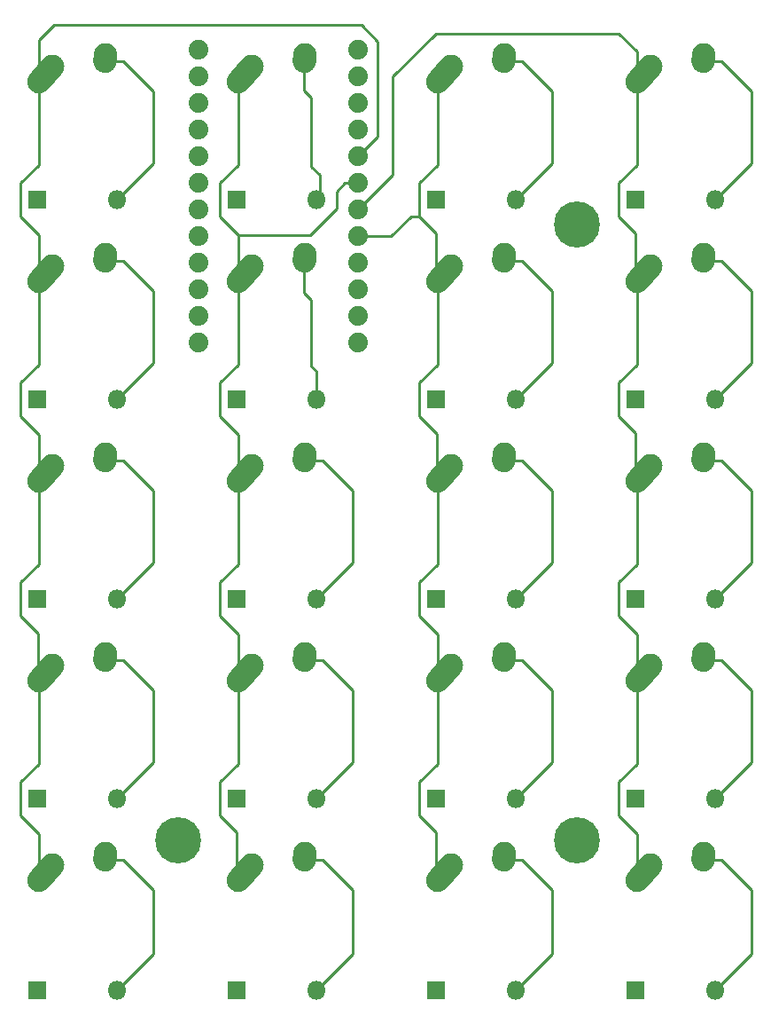
<source format=gtl>
%TF.GenerationSoftware,KiCad,Pcbnew,(5.1.6)-1*%
%TF.CreationDate,2020-11-13T18:30:54-06:00*%
%TF.ProjectId,macropad_4x5,6d616372-6f70-4616-945f-3478352e6b69,v1.3*%
%TF.SameCoordinates,Original*%
%TF.FileFunction,Copper,L1,Top*%
%TF.FilePolarity,Positive*%
%FSLAX46Y46*%
G04 Gerber Fmt 4.6, Leading zero omitted, Abs format (unit mm)*
G04 Created by KiCad (PCBNEW (5.1.6)-1) date 2020-11-13 18:30:54*
%MOMM*%
%LPD*%
G01*
G04 APERTURE LIST*
%TA.AperFunction,ComponentPad*%
%ADD10C,0.700000*%
%TD*%
%TA.AperFunction,ComponentPad*%
%ADD11C,4.400000*%
%TD*%
%TA.AperFunction,ComponentPad*%
%ADD12C,2.250000*%
%TD*%
%TA.AperFunction,ComponentPad*%
%ADD13O,1.800000X1.800000*%
%TD*%
%TA.AperFunction,ComponentPad*%
%ADD14R,1.800000X1.800000*%
%TD*%
%TA.AperFunction,ComponentPad*%
%ADD15C,1.879600*%
%TD*%
%TA.AperFunction,Conductor*%
%ADD16C,0.254000*%
%TD*%
G04 APERTURE END LIST*
D10*
%TO.P,REF\u002A\u002A,1*%
%TO.N,N/C*%
X58316726Y-100433274D03*
X57150000Y-99950000D03*
X55983274Y-100433274D03*
X55500000Y-101600000D03*
X55983274Y-102766726D03*
X57150000Y-103250000D03*
X58316726Y-102766726D03*
X58800000Y-101600000D03*
D11*
X57150000Y-101600000D03*
%TD*%
%TO.P,REF\u002A\u002A,1*%
%TO.N,N/C*%
X95250000Y-101600000D03*
D10*
X96900000Y-101600000D03*
X96416726Y-102766726D03*
X95250000Y-103250000D03*
X94083274Y-102766726D03*
X93600000Y-101600000D03*
X94083274Y-100433274D03*
X95250000Y-99950000D03*
X96416726Y-100433274D03*
%TD*%
%TO.P,REF\u002A\u002A,1*%
%TO.N,N/C*%
X96416726Y-41695774D03*
X95250000Y-41212500D03*
X94083274Y-41695774D03*
X93600000Y-42862500D03*
X94083274Y-44029226D03*
X95250000Y-44512500D03*
X96416726Y-44029226D03*
X96900000Y-42862500D03*
D11*
X95250000Y-42862500D03*
%TD*%
D12*
%TO.P,MX3,1*%
%TO.N,col2*%
X83225000Y-27750000D03*
%TA.AperFunction,ComponentPad*%
G36*
G01*
X81163683Y-30047345D02*
X81163683Y-30047345D01*
G75*
G02*
X81077655Y-28458683I751317J837345D01*
G01*
X82387657Y-26998683D01*
G75*
G02*
X83976319Y-26912655I837345J-751317D01*
G01*
X83976319Y-26912655D01*
G75*
G02*
X84062347Y-28501317I-751317J-837345D01*
G01*
X82752345Y-29961317D01*
G75*
G02*
X81163683Y-30047345I-837345J751317D01*
G01*
G37*
%TD.AperFunction*%
%TO.P,MX3,2*%
%TO.N,Net-(D3-Pad2)*%
X88265000Y-26670000D03*
%TA.AperFunction,ComponentPad*%
G36*
G01*
X88147597Y-28372334D02*
X88147597Y-28372334D01*
G75*
G02*
X87102666Y-27172597I77403J1122334D01*
G01*
X87142666Y-26592597D01*
G75*
G02*
X88342403Y-25547666I1122334J-77403D01*
G01*
X88342403Y-25547666D01*
G75*
G02*
X89387334Y-26747403I-77403J-1122334D01*
G01*
X89347334Y-27327403D01*
G75*
G02*
X88147597Y-28372334I-1122334J77403D01*
G01*
G37*
%TD.AperFunction*%
%TD*%
D13*
%TO.P,D20,2*%
%TO.N,Net-(D20-Pad2)*%
X108426250Y-115887500D03*
D14*
%TO.P,D20,1*%
%TO.N,row4*%
X100806250Y-115887500D03*
%TD*%
D13*
%TO.P,D19,2*%
%TO.N,Net-(D19-Pad2)*%
X89376250Y-115887500D03*
D14*
%TO.P,D19,1*%
%TO.N,row4*%
X81756250Y-115887500D03*
%TD*%
D13*
%TO.P,D18,2*%
%TO.N,Net-(D18-Pad2)*%
X70326250Y-115887500D03*
D14*
%TO.P,D18,1*%
%TO.N,row4*%
X62706250Y-115887500D03*
%TD*%
%TO.P,D17,1*%
%TO.N,row4*%
X43656250Y-115887500D03*
D13*
%TO.P,D17,2*%
%TO.N,Net-(D17-Pad2)*%
X51276250Y-115887500D03*
%TD*%
%TO.P,D16,2*%
%TO.N,Net-(D16-Pad2)*%
X108426250Y-97631250D03*
D14*
%TO.P,D16,1*%
%TO.N,row3*%
X100806250Y-97631250D03*
%TD*%
D13*
%TO.P,D15,2*%
%TO.N,Net-(D15-Pad2)*%
X89376250Y-97631250D03*
D14*
%TO.P,D15,1*%
%TO.N,row3*%
X81756250Y-97631250D03*
%TD*%
D13*
%TO.P,D14,2*%
%TO.N,Net-(D14-Pad2)*%
X70326250Y-97631250D03*
D14*
%TO.P,D14,1*%
%TO.N,row3*%
X62706250Y-97631250D03*
%TD*%
D13*
%TO.P,D13,2*%
%TO.N,Net-(D13-Pad2)*%
X51276250Y-97631250D03*
D14*
%TO.P,D13,1*%
%TO.N,row3*%
X43656250Y-97631250D03*
%TD*%
D13*
%TO.P,D12,2*%
%TO.N,Net-(D12-Pad2)*%
X108426250Y-78581250D03*
D14*
%TO.P,D12,1*%
%TO.N,row2*%
X100806250Y-78581250D03*
%TD*%
D13*
%TO.P,D11,2*%
%TO.N,Net-(D11-Pad2)*%
X89376250Y-78581250D03*
D14*
%TO.P,D11,1*%
%TO.N,row2*%
X81756250Y-78581250D03*
%TD*%
D13*
%TO.P,D10,2*%
%TO.N,Net-(D10-Pad2)*%
X70326250Y-78581250D03*
D14*
%TO.P,D10,1*%
%TO.N,row2*%
X62706250Y-78581250D03*
%TD*%
D13*
%TO.P,D9,2*%
%TO.N,Net-(D9-Pad2)*%
X51276250Y-78581250D03*
D14*
%TO.P,D9,1*%
%TO.N,row2*%
X43656250Y-78581250D03*
%TD*%
D13*
%TO.P,D8,2*%
%TO.N,Net-(D8-Pad2)*%
X108426250Y-59531250D03*
D14*
%TO.P,D8,1*%
%TO.N,row1*%
X100806250Y-59531250D03*
%TD*%
D13*
%TO.P,D7,2*%
%TO.N,Net-(D7-Pad2)*%
X89376250Y-59531250D03*
D14*
%TO.P,D7,1*%
%TO.N,row1*%
X81756250Y-59531250D03*
%TD*%
D13*
%TO.P,D6,2*%
%TO.N,Net-(D6-Pad2)*%
X70326250Y-59531250D03*
D14*
%TO.P,D6,1*%
%TO.N,row1*%
X62706250Y-59531250D03*
%TD*%
D13*
%TO.P,D5,2*%
%TO.N,Net-(D5-Pad2)*%
X51276250Y-59531250D03*
D14*
%TO.P,D5,1*%
%TO.N,row1*%
X43656250Y-59531250D03*
%TD*%
D13*
%TO.P,D4,2*%
%TO.N,Net-(D4-Pad2)*%
X108426250Y-40481250D03*
D14*
%TO.P,D4,1*%
%TO.N,row0*%
X100806250Y-40481250D03*
%TD*%
D13*
%TO.P,D3,2*%
%TO.N,Net-(D3-Pad2)*%
X89376250Y-40481250D03*
D14*
%TO.P,D3,1*%
%TO.N,row0*%
X81756250Y-40481250D03*
%TD*%
D13*
%TO.P,D2,2*%
%TO.N,Net-(D2-Pad2)*%
X70326250Y-40481250D03*
D14*
%TO.P,D2,1*%
%TO.N,row0*%
X62706250Y-40481250D03*
%TD*%
D13*
%TO.P,D1,2*%
%TO.N,Net-(D1-Pad2)*%
X51276250Y-40481250D03*
D14*
%TO.P,D1,1*%
%TO.N,row0*%
X43656250Y-40481250D03*
%TD*%
D12*
%TO.P,MX20,1*%
%TO.N,col3*%
X102275000Y-103950000D03*
%TA.AperFunction,ComponentPad*%
G36*
G01*
X100213683Y-106247345D02*
X100213683Y-106247345D01*
G75*
G02*
X100127655Y-104658683I751317J837345D01*
G01*
X101437657Y-103198683D01*
G75*
G02*
X103026319Y-103112655I837345J-751317D01*
G01*
X103026319Y-103112655D01*
G75*
G02*
X103112347Y-104701317I-751317J-837345D01*
G01*
X101802345Y-106161317D01*
G75*
G02*
X100213683Y-106247345I-837345J751317D01*
G01*
G37*
%TD.AperFunction*%
%TO.P,MX20,2*%
%TO.N,Net-(D20-Pad2)*%
X107315000Y-102870000D03*
%TA.AperFunction,ComponentPad*%
G36*
G01*
X107197597Y-104572334D02*
X107197597Y-104572334D01*
G75*
G02*
X106152666Y-103372597I77403J1122334D01*
G01*
X106192666Y-102792597D01*
G75*
G02*
X107392403Y-101747666I1122334J-77403D01*
G01*
X107392403Y-101747666D01*
G75*
G02*
X108437334Y-102947403I-77403J-1122334D01*
G01*
X108397334Y-103527403D01*
G75*
G02*
X107197597Y-104572334I-1122334J77403D01*
G01*
G37*
%TD.AperFunction*%
%TD*%
%TO.P,MX19,1*%
%TO.N,col2*%
X83225000Y-103950000D03*
%TA.AperFunction,ComponentPad*%
G36*
G01*
X81163683Y-106247345D02*
X81163683Y-106247345D01*
G75*
G02*
X81077655Y-104658683I751317J837345D01*
G01*
X82387657Y-103198683D01*
G75*
G02*
X83976319Y-103112655I837345J-751317D01*
G01*
X83976319Y-103112655D01*
G75*
G02*
X84062347Y-104701317I-751317J-837345D01*
G01*
X82752345Y-106161317D01*
G75*
G02*
X81163683Y-106247345I-837345J751317D01*
G01*
G37*
%TD.AperFunction*%
%TO.P,MX19,2*%
%TO.N,Net-(D19-Pad2)*%
X88265000Y-102870000D03*
%TA.AperFunction,ComponentPad*%
G36*
G01*
X88147597Y-104572334D02*
X88147597Y-104572334D01*
G75*
G02*
X87102666Y-103372597I77403J1122334D01*
G01*
X87142666Y-102792597D01*
G75*
G02*
X88342403Y-101747666I1122334J-77403D01*
G01*
X88342403Y-101747666D01*
G75*
G02*
X89387334Y-102947403I-77403J-1122334D01*
G01*
X89347334Y-103527403D01*
G75*
G02*
X88147597Y-104572334I-1122334J77403D01*
G01*
G37*
%TD.AperFunction*%
%TD*%
%TO.P,MX18,1*%
%TO.N,col1*%
X64175000Y-103950000D03*
%TA.AperFunction,ComponentPad*%
G36*
G01*
X62113683Y-106247345D02*
X62113683Y-106247345D01*
G75*
G02*
X62027655Y-104658683I751317J837345D01*
G01*
X63337657Y-103198683D01*
G75*
G02*
X64926319Y-103112655I837345J-751317D01*
G01*
X64926319Y-103112655D01*
G75*
G02*
X65012347Y-104701317I-751317J-837345D01*
G01*
X63702345Y-106161317D01*
G75*
G02*
X62113683Y-106247345I-837345J751317D01*
G01*
G37*
%TD.AperFunction*%
%TO.P,MX18,2*%
%TO.N,Net-(D18-Pad2)*%
X69215000Y-102870000D03*
%TA.AperFunction,ComponentPad*%
G36*
G01*
X69097597Y-104572334D02*
X69097597Y-104572334D01*
G75*
G02*
X68052666Y-103372597I77403J1122334D01*
G01*
X68092666Y-102792597D01*
G75*
G02*
X69292403Y-101747666I1122334J-77403D01*
G01*
X69292403Y-101747666D01*
G75*
G02*
X70337334Y-102947403I-77403J-1122334D01*
G01*
X70297334Y-103527403D01*
G75*
G02*
X69097597Y-104572334I-1122334J77403D01*
G01*
G37*
%TD.AperFunction*%
%TD*%
%TO.P,MX17,1*%
%TO.N,col0*%
X45125000Y-103950000D03*
%TA.AperFunction,ComponentPad*%
G36*
G01*
X43063683Y-106247345D02*
X43063683Y-106247345D01*
G75*
G02*
X42977655Y-104658683I751317J837345D01*
G01*
X44287657Y-103198683D01*
G75*
G02*
X45876319Y-103112655I837345J-751317D01*
G01*
X45876319Y-103112655D01*
G75*
G02*
X45962347Y-104701317I-751317J-837345D01*
G01*
X44652345Y-106161317D01*
G75*
G02*
X43063683Y-106247345I-837345J751317D01*
G01*
G37*
%TD.AperFunction*%
%TO.P,MX17,2*%
%TO.N,Net-(D17-Pad2)*%
X50165000Y-102870000D03*
%TA.AperFunction,ComponentPad*%
G36*
G01*
X50047597Y-104572334D02*
X50047597Y-104572334D01*
G75*
G02*
X49002666Y-103372597I77403J1122334D01*
G01*
X49042666Y-102792597D01*
G75*
G02*
X50242403Y-101747666I1122334J-77403D01*
G01*
X50242403Y-101747666D01*
G75*
G02*
X51287334Y-102947403I-77403J-1122334D01*
G01*
X51247334Y-103527403D01*
G75*
G02*
X50047597Y-104572334I-1122334J77403D01*
G01*
G37*
%TD.AperFunction*%
%TD*%
%TO.P,MX16,1*%
%TO.N,col3*%
X102275000Y-84900000D03*
%TA.AperFunction,ComponentPad*%
G36*
G01*
X100213683Y-87197345D02*
X100213683Y-87197345D01*
G75*
G02*
X100127655Y-85608683I751317J837345D01*
G01*
X101437657Y-84148683D01*
G75*
G02*
X103026319Y-84062655I837345J-751317D01*
G01*
X103026319Y-84062655D01*
G75*
G02*
X103112347Y-85651317I-751317J-837345D01*
G01*
X101802345Y-87111317D01*
G75*
G02*
X100213683Y-87197345I-837345J751317D01*
G01*
G37*
%TD.AperFunction*%
%TO.P,MX16,2*%
%TO.N,Net-(D16-Pad2)*%
X107315000Y-83820000D03*
%TA.AperFunction,ComponentPad*%
G36*
G01*
X107197597Y-85522334D02*
X107197597Y-85522334D01*
G75*
G02*
X106152666Y-84322597I77403J1122334D01*
G01*
X106192666Y-83742597D01*
G75*
G02*
X107392403Y-82697666I1122334J-77403D01*
G01*
X107392403Y-82697666D01*
G75*
G02*
X108437334Y-83897403I-77403J-1122334D01*
G01*
X108397334Y-84477403D01*
G75*
G02*
X107197597Y-85522334I-1122334J77403D01*
G01*
G37*
%TD.AperFunction*%
%TD*%
%TO.P,MX15,1*%
%TO.N,col2*%
X83225000Y-84900000D03*
%TA.AperFunction,ComponentPad*%
G36*
G01*
X81163683Y-87197345D02*
X81163683Y-87197345D01*
G75*
G02*
X81077655Y-85608683I751317J837345D01*
G01*
X82387657Y-84148683D01*
G75*
G02*
X83976319Y-84062655I837345J-751317D01*
G01*
X83976319Y-84062655D01*
G75*
G02*
X84062347Y-85651317I-751317J-837345D01*
G01*
X82752345Y-87111317D01*
G75*
G02*
X81163683Y-87197345I-837345J751317D01*
G01*
G37*
%TD.AperFunction*%
%TO.P,MX15,2*%
%TO.N,Net-(D15-Pad2)*%
X88265000Y-83820000D03*
%TA.AperFunction,ComponentPad*%
G36*
G01*
X88147597Y-85522334D02*
X88147597Y-85522334D01*
G75*
G02*
X87102666Y-84322597I77403J1122334D01*
G01*
X87142666Y-83742597D01*
G75*
G02*
X88342403Y-82697666I1122334J-77403D01*
G01*
X88342403Y-82697666D01*
G75*
G02*
X89387334Y-83897403I-77403J-1122334D01*
G01*
X89347334Y-84477403D01*
G75*
G02*
X88147597Y-85522334I-1122334J77403D01*
G01*
G37*
%TD.AperFunction*%
%TD*%
%TO.P,MX14,1*%
%TO.N,col1*%
X64175000Y-84900000D03*
%TA.AperFunction,ComponentPad*%
G36*
G01*
X62113683Y-87197345D02*
X62113683Y-87197345D01*
G75*
G02*
X62027655Y-85608683I751317J837345D01*
G01*
X63337657Y-84148683D01*
G75*
G02*
X64926319Y-84062655I837345J-751317D01*
G01*
X64926319Y-84062655D01*
G75*
G02*
X65012347Y-85651317I-751317J-837345D01*
G01*
X63702345Y-87111317D01*
G75*
G02*
X62113683Y-87197345I-837345J751317D01*
G01*
G37*
%TD.AperFunction*%
%TO.P,MX14,2*%
%TO.N,Net-(D14-Pad2)*%
X69215000Y-83820000D03*
%TA.AperFunction,ComponentPad*%
G36*
G01*
X69097597Y-85522334D02*
X69097597Y-85522334D01*
G75*
G02*
X68052666Y-84322597I77403J1122334D01*
G01*
X68092666Y-83742597D01*
G75*
G02*
X69292403Y-82697666I1122334J-77403D01*
G01*
X69292403Y-82697666D01*
G75*
G02*
X70337334Y-83897403I-77403J-1122334D01*
G01*
X70297334Y-84477403D01*
G75*
G02*
X69097597Y-85522334I-1122334J77403D01*
G01*
G37*
%TD.AperFunction*%
%TD*%
%TO.P,MX13,1*%
%TO.N,col0*%
X45125000Y-84900000D03*
%TA.AperFunction,ComponentPad*%
G36*
G01*
X43063683Y-87197345D02*
X43063683Y-87197345D01*
G75*
G02*
X42977655Y-85608683I751317J837345D01*
G01*
X44287657Y-84148683D01*
G75*
G02*
X45876319Y-84062655I837345J-751317D01*
G01*
X45876319Y-84062655D01*
G75*
G02*
X45962347Y-85651317I-751317J-837345D01*
G01*
X44652345Y-87111317D01*
G75*
G02*
X43063683Y-87197345I-837345J751317D01*
G01*
G37*
%TD.AperFunction*%
%TO.P,MX13,2*%
%TO.N,Net-(D13-Pad2)*%
X50165000Y-83820000D03*
%TA.AperFunction,ComponentPad*%
G36*
G01*
X50047597Y-85522334D02*
X50047597Y-85522334D01*
G75*
G02*
X49002666Y-84322597I77403J1122334D01*
G01*
X49042666Y-83742597D01*
G75*
G02*
X50242403Y-82697666I1122334J-77403D01*
G01*
X50242403Y-82697666D01*
G75*
G02*
X51287334Y-83897403I-77403J-1122334D01*
G01*
X51247334Y-84477403D01*
G75*
G02*
X50047597Y-85522334I-1122334J77403D01*
G01*
G37*
%TD.AperFunction*%
%TD*%
%TO.P,MX12,1*%
%TO.N,col3*%
X102275000Y-65850000D03*
%TA.AperFunction,ComponentPad*%
G36*
G01*
X100213683Y-68147345D02*
X100213683Y-68147345D01*
G75*
G02*
X100127655Y-66558683I751317J837345D01*
G01*
X101437657Y-65098683D01*
G75*
G02*
X103026319Y-65012655I837345J-751317D01*
G01*
X103026319Y-65012655D01*
G75*
G02*
X103112347Y-66601317I-751317J-837345D01*
G01*
X101802345Y-68061317D01*
G75*
G02*
X100213683Y-68147345I-837345J751317D01*
G01*
G37*
%TD.AperFunction*%
%TO.P,MX12,2*%
%TO.N,Net-(D12-Pad2)*%
X107315000Y-64770000D03*
%TA.AperFunction,ComponentPad*%
G36*
G01*
X107197597Y-66472334D02*
X107197597Y-66472334D01*
G75*
G02*
X106152666Y-65272597I77403J1122334D01*
G01*
X106192666Y-64692597D01*
G75*
G02*
X107392403Y-63647666I1122334J-77403D01*
G01*
X107392403Y-63647666D01*
G75*
G02*
X108437334Y-64847403I-77403J-1122334D01*
G01*
X108397334Y-65427403D01*
G75*
G02*
X107197597Y-66472334I-1122334J77403D01*
G01*
G37*
%TD.AperFunction*%
%TD*%
%TO.P,MX11,1*%
%TO.N,col2*%
X83225000Y-65850000D03*
%TA.AperFunction,ComponentPad*%
G36*
G01*
X81163683Y-68147345D02*
X81163683Y-68147345D01*
G75*
G02*
X81077655Y-66558683I751317J837345D01*
G01*
X82387657Y-65098683D01*
G75*
G02*
X83976319Y-65012655I837345J-751317D01*
G01*
X83976319Y-65012655D01*
G75*
G02*
X84062347Y-66601317I-751317J-837345D01*
G01*
X82752345Y-68061317D01*
G75*
G02*
X81163683Y-68147345I-837345J751317D01*
G01*
G37*
%TD.AperFunction*%
%TO.P,MX11,2*%
%TO.N,Net-(D11-Pad2)*%
X88265000Y-64770000D03*
%TA.AperFunction,ComponentPad*%
G36*
G01*
X88147597Y-66472334D02*
X88147597Y-66472334D01*
G75*
G02*
X87102666Y-65272597I77403J1122334D01*
G01*
X87142666Y-64692597D01*
G75*
G02*
X88342403Y-63647666I1122334J-77403D01*
G01*
X88342403Y-63647666D01*
G75*
G02*
X89387334Y-64847403I-77403J-1122334D01*
G01*
X89347334Y-65427403D01*
G75*
G02*
X88147597Y-66472334I-1122334J77403D01*
G01*
G37*
%TD.AperFunction*%
%TD*%
%TO.P,MX10,1*%
%TO.N,col1*%
X64175000Y-65850000D03*
%TA.AperFunction,ComponentPad*%
G36*
G01*
X62113683Y-68147345D02*
X62113683Y-68147345D01*
G75*
G02*
X62027655Y-66558683I751317J837345D01*
G01*
X63337657Y-65098683D01*
G75*
G02*
X64926319Y-65012655I837345J-751317D01*
G01*
X64926319Y-65012655D01*
G75*
G02*
X65012347Y-66601317I-751317J-837345D01*
G01*
X63702345Y-68061317D01*
G75*
G02*
X62113683Y-68147345I-837345J751317D01*
G01*
G37*
%TD.AperFunction*%
%TO.P,MX10,2*%
%TO.N,Net-(D10-Pad2)*%
X69215000Y-64770000D03*
%TA.AperFunction,ComponentPad*%
G36*
G01*
X69097597Y-66472334D02*
X69097597Y-66472334D01*
G75*
G02*
X68052666Y-65272597I77403J1122334D01*
G01*
X68092666Y-64692597D01*
G75*
G02*
X69292403Y-63647666I1122334J-77403D01*
G01*
X69292403Y-63647666D01*
G75*
G02*
X70337334Y-64847403I-77403J-1122334D01*
G01*
X70297334Y-65427403D01*
G75*
G02*
X69097597Y-66472334I-1122334J77403D01*
G01*
G37*
%TD.AperFunction*%
%TD*%
%TO.P,MX9,1*%
%TO.N,col0*%
X45125000Y-65850000D03*
%TA.AperFunction,ComponentPad*%
G36*
G01*
X43063683Y-68147345D02*
X43063683Y-68147345D01*
G75*
G02*
X42977655Y-66558683I751317J837345D01*
G01*
X44287657Y-65098683D01*
G75*
G02*
X45876319Y-65012655I837345J-751317D01*
G01*
X45876319Y-65012655D01*
G75*
G02*
X45962347Y-66601317I-751317J-837345D01*
G01*
X44652345Y-68061317D01*
G75*
G02*
X43063683Y-68147345I-837345J751317D01*
G01*
G37*
%TD.AperFunction*%
%TO.P,MX9,2*%
%TO.N,Net-(D9-Pad2)*%
X50165000Y-64770000D03*
%TA.AperFunction,ComponentPad*%
G36*
G01*
X50047597Y-66472334D02*
X50047597Y-66472334D01*
G75*
G02*
X49002666Y-65272597I77403J1122334D01*
G01*
X49042666Y-64692597D01*
G75*
G02*
X50242403Y-63647666I1122334J-77403D01*
G01*
X50242403Y-63647666D01*
G75*
G02*
X51287334Y-64847403I-77403J-1122334D01*
G01*
X51247334Y-65427403D01*
G75*
G02*
X50047597Y-66472334I-1122334J77403D01*
G01*
G37*
%TD.AperFunction*%
%TD*%
%TO.P,MX8,1*%
%TO.N,col3*%
X102275000Y-46800000D03*
%TA.AperFunction,ComponentPad*%
G36*
G01*
X100213683Y-49097345D02*
X100213683Y-49097345D01*
G75*
G02*
X100127655Y-47508683I751317J837345D01*
G01*
X101437657Y-46048683D01*
G75*
G02*
X103026319Y-45962655I837345J-751317D01*
G01*
X103026319Y-45962655D01*
G75*
G02*
X103112347Y-47551317I-751317J-837345D01*
G01*
X101802345Y-49011317D01*
G75*
G02*
X100213683Y-49097345I-837345J751317D01*
G01*
G37*
%TD.AperFunction*%
%TO.P,MX8,2*%
%TO.N,Net-(D8-Pad2)*%
X107315000Y-45720000D03*
%TA.AperFunction,ComponentPad*%
G36*
G01*
X107197597Y-47422334D02*
X107197597Y-47422334D01*
G75*
G02*
X106152666Y-46222597I77403J1122334D01*
G01*
X106192666Y-45642597D01*
G75*
G02*
X107392403Y-44597666I1122334J-77403D01*
G01*
X107392403Y-44597666D01*
G75*
G02*
X108437334Y-45797403I-77403J-1122334D01*
G01*
X108397334Y-46377403D01*
G75*
G02*
X107197597Y-47422334I-1122334J77403D01*
G01*
G37*
%TD.AperFunction*%
%TD*%
%TO.P,MX7,1*%
%TO.N,col2*%
X83225000Y-46800000D03*
%TA.AperFunction,ComponentPad*%
G36*
G01*
X81163683Y-49097345D02*
X81163683Y-49097345D01*
G75*
G02*
X81077655Y-47508683I751317J837345D01*
G01*
X82387657Y-46048683D01*
G75*
G02*
X83976319Y-45962655I837345J-751317D01*
G01*
X83976319Y-45962655D01*
G75*
G02*
X84062347Y-47551317I-751317J-837345D01*
G01*
X82752345Y-49011317D01*
G75*
G02*
X81163683Y-49097345I-837345J751317D01*
G01*
G37*
%TD.AperFunction*%
%TO.P,MX7,2*%
%TO.N,Net-(D7-Pad2)*%
X88265000Y-45720000D03*
%TA.AperFunction,ComponentPad*%
G36*
G01*
X88147597Y-47422334D02*
X88147597Y-47422334D01*
G75*
G02*
X87102666Y-46222597I77403J1122334D01*
G01*
X87142666Y-45642597D01*
G75*
G02*
X88342403Y-44597666I1122334J-77403D01*
G01*
X88342403Y-44597666D01*
G75*
G02*
X89387334Y-45797403I-77403J-1122334D01*
G01*
X89347334Y-46377403D01*
G75*
G02*
X88147597Y-47422334I-1122334J77403D01*
G01*
G37*
%TD.AperFunction*%
%TD*%
%TO.P,MX6,1*%
%TO.N,col1*%
X64175000Y-46800000D03*
%TA.AperFunction,ComponentPad*%
G36*
G01*
X62113683Y-49097345D02*
X62113683Y-49097345D01*
G75*
G02*
X62027655Y-47508683I751317J837345D01*
G01*
X63337657Y-46048683D01*
G75*
G02*
X64926319Y-45962655I837345J-751317D01*
G01*
X64926319Y-45962655D01*
G75*
G02*
X65012347Y-47551317I-751317J-837345D01*
G01*
X63702345Y-49011317D01*
G75*
G02*
X62113683Y-49097345I-837345J751317D01*
G01*
G37*
%TD.AperFunction*%
%TO.P,MX6,2*%
%TO.N,Net-(D6-Pad2)*%
X69215000Y-45720000D03*
%TA.AperFunction,ComponentPad*%
G36*
G01*
X69097597Y-47422334D02*
X69097597Y-47422334D01*
G75*
G02*
X68052666Y-46222597I77403J1122334D01*
G01*
X68092666Y-45642597D01*
G75*
G02*
X69292403Y-44597666I1122334J-77403D01*
G01*
X69292403Y-44597666D01*
G75*
G02*
X70337334Y-45797403I-77403J-1122334D01*
G01*
X70297334Y-46377403D01*
G75*
G02*
X69097597Y-47422334I-1122334J77403D01*
G01*
G37*
%TD.AperFunction*%
%TD*%
%TO.P,MX5,1*%
%TO.N,col0*%
X45125000Y-46800000D03*
%TA.AperFunction,ComponentPad*%
G36*
G01*
X43063683Y-49097345D02*
X43063683Y-49097345D01*
G75*
G02*
X42977655Y-47508683I751317J837345D01*
G01*
X44287657Y-46048683D01*
G75*
G02*
X45876319Y-45962655I837345J-751317D01*
G01*
X45876319Y-45962655D01*
G75*
G02*
X45962347Y-47551317I-751317J-837345D01*
G01*
X44652345Y-49011317D01*
G75*
G02*
X43063683Y-49097345I-837345J751317D01*
G01*
G37*
%TD.AperFunction*%
%TO.P,MX5,2*%
%TO.N,Net-(D5-Pad2)*%
X50165000Y-45720000D03*
%TA.AperFunction,ComponentPad*%
G36*
G01*
X50047597Y-47422334D02*
X50047597Y-47422334D01*
G75*
G02*
X49002666Y-46222597I77403J1122334D01*
G01*
X49042666Y-45642597D01*
G75*
G02*
X50242403Y-44597666I1122334J-77403D01*
G01*
X50242403Y-44597666D01*
G75*
G02*
X51287334Y-45797403I-77403J-1122334D01*
G01*
X51247334Y-46377403D01*
G75*
G02*
X50047597Y-47422334I-1122334J77403D01*
G01*
G37*
%TD.AperFunction*%
%TD*%
%TO.P,MX4,1*%
%TO.N,col3*%
X102275000Y-27750000D03*
%TA.AperFunction,ComponentPad*%
G36*
G01*
X100213683Y-30047345D02*
X100213683Y-30047345D01*
G75*
G02*
X100127655Y-28458683I751317J837345D01*
G01*
X101437657Y-26998683D01*
G75*
G02*
X103026319Y-26912655I837345J-751317D01*
G01*
X103026319Y-26912655D01*
G75*
G02*
X103112347Y-28501317I-751317J-837345D01*
G01*
X101802345Y-29961317D01*
G75*
G02*
X100213683Y-30047345I-837345J751317D01*
G01*
G37*
%TD.AperFunction*%
%TO.P,MX4,2*%
%TO.N,Net-(D4-Pad2)*%
X107315000Y-26670000D03*
%TA.AperFunction,ComponentPad*%
G36*
G01*
X107197597Y-28372334D02*
X107197597Y-28372334D01*
G75*
G02*
X106152666Y-27172597I77403J1122334D01*
G01*
X106192666Y-26592597D01*
G75*
G02*
X107392403Y-25547666I1122334J-77403D01*
G01*
X107392403Y-25547666D01*
G75*
G02*
X108437334Y-26747403I-77403J-1122334D01*
G01*
X108397334Y-27327403D01*
G75*
G02*
X107197597Y-28372334I-1122334J77403D01*
G01*
G37*
%TD.AperFunction*%
%TD*%
%TO.P,MX2,1*%
%TO.N,col1*%
X64175000Y-27750000D03*
%TA.AperFunction,ComponentPad*%
G36*
G01*
X62113683Y-30047345D02*
X62113683Y-30047345D01*
G75*
G02*
X62027655Y-28458683I751317J837345D01*
G01*
X63337657Y-26998683D01*
G75*
G02*
X64926319Y-26912655I837345J-751317D01*
G01*
X64926319Y-26912655D01*
G75*
G02*
X65012347Y-28501317I-751317J-837345D01*
G01*
X63702345Y-29961317D01*
G75*
G02*
X62113683Y-30047345I-837345J751317D01*
G01*
G37*
%TD.AperFunction*%
%TO.P,MX2,2*%
%TO.N,Net-(D2-Pad2)*%
X69215000Y-26670000D03*
%TA.AperFunction,ComponentPad*%
G36*
G01*
X69097597Y-28372334D02*
X69097597Y-28372334D01*
G75*
G02*
X68052666Y-27172597I77403J1122334D01*
G01*
X68092666Y-26592597D01*
G75*
G02*
X69292403Y-25547666I1122334J-77403D01*
G01*
X69292403Y-25547666D01*
G75*
G02*
X70337334Y-26747403I-77403J-1122334D01*
G01*
X70297334Y-27327403D01*
G75*
G02*
X69097597Y-28372334I-1122334J77403D01*
G01*
G37*
%TD.AperFunction*%
%TD*%
%TO.P,MX1,1*%
%TO.N,col0*%
X45125000Y-27750000D03*
%TA.AperFunction,ComponentPad*%
G36*
G01*
X43063683Y-30047345D02*
X43063683Y-30047345D01*
G75*
G02*
X42977655Y-28458683I751317J837345D01*
G01*
X44287657Y-26998683D01*
G75*
G02*
X45876319Y-26912655I837345J-751317D01*
G01*
X45876319Y-26912655D01*
G75*
G02*
X45962347Y-28501317I-751317J-837345D01*
G01*
X44652345Y-29961317D01*
G75*
G02*
X43063683Y-30047345I-837345J751317D01*
G01*
G37*
%TD.AperFunction*%
%TO.P,MX1,2*%
%TO.N,Net-(D1-Pad2)*%
X50165000Y-26670000D03*
%TA.AperFunction,ComponentPad*%
G36*
G01*
X50047597Y-28372334D02*
X50047597Y-28372334D01*
G75*
G02*
X49002666Y-27172597I77403J1122334D01*
G01*
X49042666Y-26592597D01*
G75*
G02*
X50242403Y-25547666I1122334J-77403D01*
G01*
X50242403Y-25547666D01*
G75*
G02*
X51287334Y-26747403I-77403J-1122334D01*
G01*
X51247334Y-27327403D01*
G75*
G02*
X50047597Y-28372334I-1122334J77403D01*
G01*
G37*
%TD.AperFunction*%
%TD*%
D15*
%TO.P,B1,24*%
%TO.N,RAW*%
X59055000Y-26193750D03*
%TO.P,B1,23*%
%TO.N,Net-(B1-Pad23)*%
X59055000Y-28733750D03*
%TO.P,B1,22*%
%TO.N,Net-(B1-Pad22)*%
X59055000Y-31273750D03*
%TO.P,B1,21*%
%TO.N,Net-(B1-Pad21)*%
X59055000Y-33813750D03*
%TO.P,B1,20*%
%TO.N,row0*%
X59055000Y-36353750D03*
%TO.P,B1,19*%
%TO.N,row4*%
X59055000Y-38893750D03*
%TO.P,B1,18*%
%TO.N,row3*%
X59055000Y-41433750D03*
%TO.P,B1,17*%
%TO.N,row2*%
X59055000Y-43973750D03*
%TO.P,B1,16*%
%TO.N,row1*%
X59055000Y-46513750D03*
%TO.P,B1,15*%
%TO.N,Net-(B1-Pad15)*%
X59055000Y-49053750D03*
%TO.P,B1,14*%
%TO.N,Net-(B1-Pad14)*%
X59055000Y-51593750D03*
%TO.P,B1,13*%
%TO.N,Net-(B1-Pad13)*%
X59055000Y-54133750D03*
%TO.P,B1,12*%
%TO.N,Net-(B1-Pad12)*%
X74295000Y-54133750D03*
%TO.P,B1,11*%
%TO.N,Net-(B1-Pad11)*%
X74295000Y-51593750D03*
%TO.P,B1,10*%
%TO.N,Net-(B1-Pad10)*%
X74295000Y-49053750D03*
%TO.P,B1,9*%
%TO.N,Net-(B1-Pad9)*%
X74295000Y-46513750D03*
%TO.P,B1,8*%
%TO.N,col2*%
X74295000Y-43973750D03*
%TO.P,B1,7*%
%TO.N,col3*%
X74295000Y-41433750D03*
%TO.P,B1,6*%
%TO.N,col1*%
X74295000Y-38893750D03*
%TO.P,B1,5*%
%TO.N,col0*%
X74295000Y-36353750D03*
%TO.P,B1,4*%
%TO.N,Net-(B1-Pad4)*%
X74295000Y-33813750D03*
%TO.P,B1,3*%
%TO.N,Net-(B1-Pad3)*%
X74295000Y-31273750D03*
%TO.P,B1,2*%
%TO.N,Net-(B1-Pad2)*%
X74295000Y-28733750D03*
%TO.P,B1,1*%
%TO.N,TXO*%
X74295000Y-26193750D03*
%TD*%
D16*
%TO.N,col3*%
X100965000Y-29210000D02*
X100965000Y-37147500D01*
X100965000Y-37147500D02*
X99218750Y-38893750D01*
X99218750Y-38893750D02*
X99218750Y-42068750D01*
X99218750Y-42068750D02*
X100806250Y-43656250D01*
X100806250Y-48101250D02*
X100965000Y-48260000D01*
X100806250Y-43656250D02*
X100806250Y-48101250D01*
X100965000Y-48260000D02*
X100965000Y-56197500D01*
X100965000Y-56197500D02*
X99218750Y-57943750D01*
X99218750Y-57943750D02*
X99218750Y-61118750D01*
X99218750Y-61118750D02*
X100806250Y-62706250D01*
X100806250Y-67151250D02*
X100965000Y-67310000D01*
X100806250Y-62706250D02*
X100806250Y-67151250D01*
X100965000Y-81915000D02*
X100965000Y-86360000D01*
X99218750Y-76993750D02*
X99218750Y-80168750D01*
X100965000Y-75247500D02*
X99218750Y-76993750D01*
X99218750Y-80168750D02*
X100965000Y-81915000D01*
X100965000Y-67310000D02*
X100965000Y-75247500D01*
X100965000Y-100965000D02*
X100965000Y-105410000D01*
X99218750Y-99218750D02*
X100965000Y-100965000D01*
X99218750Y-96043750D02*
X99218750Y-99218750D01*
X100965000Y-94297500D02*
X99218750Y-96043750D01*
X100965000Y-86360000D02*
X100965000Y-94297500D01*
X74106943Y-40979741D02*
X73973967Y-41112717D01*
X100965000Y-29210000D02*
X100806250Y-29051250D01*
X74453750Y-41275000D02*
X74295000Y-41433750D01*
X77628750Y-38100000D02*
X74295000Y-41433750D01*
X77628750Y-28733750D02*
X77628750Y-38100000D01*
X81756250Y-24606250D02*
X77628750Y-28733750D01*
X99218750Y-24606250D02*
X81756250Y-24606250D01*
X100965000Y-26352500D02*
X99218750Y-24606250D01*
X100965000Y-29210000D02*
X100965000Y-26352500D01*
%TO.N,col2*%
X81915000Y-29210000D02*
X81915000Y-37147500D01*
X81915000Y-37147500D02*
X80168750Y-38893750D01*
X80168750Y-38893750D02*
X80168750Y-42068750D01*
X80168750Y-42068750D02*
X81756250Y-43656250D01*
X81756250Y-48101250D02*
X81915000Y-48260000D01*
X81756250Y-43656250D02*
X81756250Y-48101250D01*
X81915000Y-48260000D02*
X81915000Y-56197500D01*
X81915000Y-56197500D02*
X80168750Y-57943750D01*
X80168750Y-57943750D02*
X80168750Y-61118750D01*
X81847001Y-67242001D02*
X81915000Y-67310000D01*
X81847001Y-62797001D02*
X81847001Y-67242001D01*
X80168750Y-61118750D02*
X81847001Y-62797001D01*
X81915000Y-81915000D02*
X81915000Y-86360000D01*
X80168750Y-80168750D02*
X81915000Y-81915000D01*
X80168750Y-76993750D02*
X80168750Y-80168750D01*
X81915000Y-75247500D02*
X80168750Y-76993750D01*
X81915000Y-67310000D02*
X81915000Y-75247500D01*
X81915000Y-86360000D02*
X81915000Y-94297500D01*
X81915000Y-94297500D02*
X80168750Y-96043750D01*
X80168750Y-96043750D02*
X80168750Y-99218750D01*
X80168750Y-99218750D02*
X81756250Y-100806250D01*
X81756250Y-105251250D02*
X81915000Y-105410000D01*
X81756250Y-100806250D02*
X81756250Y-105251250D01*
X74295000Y-43973750D02*
X77470000Y-43973750D01*
X77470000Y-43973750D02*
X79375000Y-42068750D01*
X79375000Y-42068750D02*
X80168750Y-42068750D01*
%TO.N,col1*%
X62865000Y-86360000D02*
X62865000Y-94297500D01*
X62865000Y-94297500D02*
X61118750Y-96043750D01*
X61118750Y-96043750D02*
X61118750Y-99218750D01*
X61118750Y-99218750D02*
X62706250Y-100806250D01*
X62706250Y-105251250D02*
X62865000Y-105410000D01*
X62706250Y-100806250D02*
X62706250Y-105251250D01*
X61118750Y-80168750D02*
X62865000Y-81915000D01*
X62865000Y-81915000D02*
X62865000Y-86360000D01*
X61118750Y-76993750D02*
X61118750Y-80168750D01*
X62865000Y-75247500D02*
X61118750Y-76993750D01*
X62865000Y-67310000D02*
X62865000Y-75247500D01*
X62865000Y-62865000D02*
X62865000Y-67310000D01*
X61118750Y-61118750D02*
X62865000Y-62865000D01*
X61118750Y-57943750D02*
X61118750Y-61118750D01*
X62865000Y-56197500D02*
X61118750Y-57943750D01*
X62865000Y-48260000D02*
X62865000Y-56197500D01*
X62865000Y-43815000D02*
X62865000Y-48260000D01*
X61118750Y-42068750D02*
X62865000Y-43815000D01*
X61118750Y-38893750D02*
X61118750Y-42068750D01*
X62865000Y-37147500D02*
X61118750Y-38893750D01*
X62865000Y-29210000D02*
X62865000Y-37147500D01*
X69691250Y-43815000D02*
X62865000Y-43815000D01*
X72231250Y-41275000D02*
X69691250Y-43815000D01*
X72231250Y-39687500D02*
X72231250Y-41275000D01*
X73025000Y-38893750D02*
X72231250Y-39687500D01*
X74295000Y-38893750D02*
X73025000Y-38893750D01*
%TO.N,col0*%
X43815000Y-43815000D02*
X43815000Y-48260000D01*
X42068750Y-38893750D02*
X42068750Y-42068750D01*
X42068750Y-42068750D02*
X43815000Y-43815000D01*
X43815000Y-37147500D02*
X42068750Y-38893750D01*
X43815000Y-29210000D02*
X43815000Y-37147500D01*
X43815000Y-62865000D02*
X43815000Y-67310000D01*
X42068750Y-57943750D02*
X42068750Y-61118750D01*
X43815000Y-56197500D02*
X42068750Y-57943750D01*
X42068750Y-61118750D02*
X43815000Y-62865000D01*
X43815000Y-48260000D02*
X43815000Y-56197500D01*
X43815000Y-67310000D02*
X43815000Y-75247500D01*
X43815000Y-75247500D02*
X42068750Y-76993750D01*
X42068750Y-76993750D02*
X42068750Y-80168750D01*
X43747001Y-86292001D02*
X43815000Y-86360000D01*
X43747001Y-81847001D02*
X43747001Y-86292001D01*
X42068750Y-80168750D02*
X43747001Y-81847001D01*
X43815000Y-86360000D02*
X43815000Y-94297500D01*
X43815000Y-94297500D02*
X42068750Y-96043750D01*
X42068750Y-96043750D02*
X42068750Y-99218750D01*
X43815000Y-100965000D02*
X43815000Y-105410000D01*
X42068750Y-99218750D02*
X43815000Y-100965000D01*
X43815000Y-29210000D02*
X43815000Y-25241250D01*
X43815000Y-25241250D02*
X45243750Y-23812500D01*
X45243750Y-23812500D02*
X74612500Y-23812500D01*
X74612500Y-23812500D02*
X76200000Y-25400000D01*
X76200000Y-34448750D02*
X74295000Y-36353750D01*
X76200000Y-25400000D02*
X76200000Y-34448750D01*
%TO.N,row1*%
X58261250Y-46513750D02*
X59055000Y-46513750D01*
%TO.N,Net-(D1-Pad2)*%
X50482500Y-26987500D02*
X50165000Y-26670000D01*
X54768750Y-36988750D02*
X51276250Y-40481250D01*
X54768750Y-30162500D02*
X54768750Y-36988750D01*
X51856250Y-27250000D02*
X54768750Y-30162500D01*
X50125000Y-27250000D02*
X51856250Y-27250000D01*
%TO.N,Net-(D2-Pad2)*%
X69175000Y-27250000D02*
X69175000Y-30043750D01*
X69175000Y-30043750D02*
X69850000Y-30718750D01*
X69850000Y-30718750D02*
X69850000Y-37306250D01*
X69850000Y-37306250D02*
X70643750Y-38100000D01*
X70643750Y-40163750D02*
X70326250Y-40481250D01*
X70643750Y-38100000D02*
X70643750Y-40163750D01*
%TO.N,Net-(D3-Pad2)*%
X88487500Y-26987500D02*
X88225000Y-27250000D01*
X92868750Y-36988750D02*
X89376250Y-40481250D01*
X92868750Y-30162500D02*
X92868750Y-36988750D01*
X89956250Y-27250000D02*
X92868750Y-30162500D01*
X88225000Y-27250000D02*
X89956250Y-27250000D01*
%TO.N,Net-(D4-Pad2)*%
X107537500Y-26987500D02*
X107275000Y-27250000D01*
X111918750Y-36988750D02*
X108426250Y-40481250D01*
X111918750Y-30162500D02*
X111918750Y-36988750D01*
X109006250Y-27250000D02*
X111918750Y-30162500D01*
X107275000Y-27250000D02*
X109006250Y-27250000D01*
%TO.N,Net-(D5-Pad2)*%
X50387500Y-46037500D02*
X50125000Y-46300000D01*
X54768750Y-56038750D02*
X51276250Y-59531250D01*
X54768750Y-49212500D02*
X54768750Y-56038750D01*
X51856250Y-46300000D02*
X54768750Y-49212500D01*
X50125000Y-46300000D02*
X51856250Y-46300000D01*
%TO.N,Net-(D6-Pad2)*%
X69175000Y-46300000D02*
X69175000Y-49331250D01*
X69175000Y-49331250D02*
X69850000Y-50006250D01*
X69850000Y-50006250D02*
X69850000Y-56356250D01*
X70326250Y-56832500D02*
X70326250Y-59531250D01*
X69850000Y-56356250D02*
X70326250Y-56832500D01*
%TO.N,Net-(D7-Pad2)*%
X88487500Y-46037500D02*
X88225000Y-46300000D01*
X92868750Y-56038750D02*
X89376250Y-59531250D01*
X92868750Y-49212500D02*
X92868750Y-56038750D01*
X89956250Y-46300000D02*
X92868750Y-49212500D01*
X88225000Y-46300000D02*
X89956250Y-46300000D01*
%TO.N,Net-(D8-Pad2)*%
X107537500Y-46037500D02*
X107275000Y-46300000D01*
X111918750Y-56038750D02*
X108426250Y-59531250D01*
X111918750Y-49212500D02*
X111918750Y-56038750D01*
X109006250Y-46300000D02*
X111918750Y-49212500D01*
X107275000Y-46300000D02*
X109006250Y-46300000D01*
%TO.N,Net-(D9-Pad2)*%
X50482500Y-65087500D02*
X50165000Y-64770000D01*
X54768750Y-75088750D02*
X51276250Y-78581250D01*
X54768750Y-68262500D02*
X54768750Y-75088750D01*
X51856250Y-65350000D02*
X54768750Y-68262500D01*
X50125000Y-65350000D02*
X51856250Y-65350000D01*
%TO.N,Net-(D10-Pad2)*%
X69532500Y-65087500D02*
X69215000Y-64770000D01*
X73818750Y-75088750D02*
X70326250Y-78581250D01*
X70906250Y-65350000D02*
X73818750Y-68262500D01*
X73818750Y-68262500D02*
X73818750Y-75088750D01*
X69175000Y-65350000D02*
X70906250Y-65350000D01*
%TO.N,Net-(D11-Pad2)*%
X88582500Y-65087500D02*
X88265000Y-64770000D01*
X92868750Y-68262500D02*
X92868750Y-75088750D01*
X92868750Y-75088750D02*
X89376250Y-78581250D01*
X89956250Y-65350000D02*
X92868750Y-68262500D01*
X88225000Y-65350000D02*
X89956250Y-65350000D01*
%TO.N,Net-(D12-Pad2)*%
X107537500Y-65087500D02*
X107275000Y-65350000D01*
X111918750Y-75088750D02*
X108426250Y-78581250D01*
X111918750Y-68262500D02*
X111918750Y-75088750D01*
X109006250Y-65350000D02*
X111918750Y-68262500D01*
X107275000Y-65350000D02*
X109006250Y-65350000D01*
%TO.N,Net-(D13-Pad2)*%
X50482500Y-84137500D02*
X50165000Y-83820000D01*
X54768750Y-94138750D02*
X51276250Y-97631250D01*
X54768750Y-87312500D02*
X54768750Y-94138750D01*
X51856250Y-84400000D02*
X54768750Y-87312500D01*
X50125000Y-84400000D02*
X51856250Y-84400000D01*
%TO.N,Net-(D14-Pad2)*%
X69532500Y-84137500D02*
X69215000Y-83820000D01*
X73818750Y-94138750D02*
X70326250Y-97631250D01*
X73818750Y-87312500D02*
X73818750Y-94138750D01*
X70906250Y-84400000D02*
X73818750Y-87312500D01*
X69175000Y-84400000D02*
X70906250Y-84400000D01*
%TO.N,Net-(D15-Pad2)*%
X88487500Y-84137500D02*
X88225000Y-84400000D01*
X92868750Y-94138750D02*
X89376250Y-97631250D01*
X92868750Y-87312500D02*
X92868750Y-94138750D01*
X89956250Y-84400000D02*
X92868750Y-87312500D01*
X88225000Y-84400000D02*
X89956250Y-84400000D01*
%TO.N,Net-(D16-Pad2)*%
X107537500Y-84137500D02*
X107275000Y-84400000D01*
X107275000Y-84400000D02*
X108212500Y-84400000D01*
X111918750Y-94138750D02*
X108426250Y-97631250D01*
X111918750Y-87312500D02*
X111918750Y-94138750D01*
X109006250Y-84400000D02*
X111918750Y-87312500D01*
X107275000Y-84400000D02*
X109006250Y-84400000D01*
%TO.N,Net-(D17-Pad2)*%
X50387500Y-103187500D02*
X50125000Y-103450000D01*
X54768750Y-112395000D02*
X51276250Y-115887500D01*
X54768750Y-106362500D02*
X54768750Y-112395000D01*
X51856250Y-103450000D02*
X54768750Y-106362500D01*
X50125000Y-103450000D02*
X51856250Y-103450000D01*
%TO.N,Net-(D18-Pad2)*%
X69437500Y-103187500D02*
X69175000Y-103450000D01*
X73818750Y-112395000D02*
X70326250Y-115887500D01*
X73818750Y-106362500D02*
X73818750Y-112395000D01*
X70906250Y-103450000D02*
X73818750Y-106362500D01*
X69175000Y-103450000D02*
X70906250Y-103450000D01*
%TO.N,Net-(D19-Pad2)*%
X88487500Y-103187500D02*
X88225000Y-103450000D01*
X92868750Y-112395000D02*
X89376250Y-115887500D01*
X92868750Y-106362500D02*
X92868750Y-112395000D01*
X89956250Y-103450000D02*
X92868750Y-106362500D01*
X88225000Y-103450000D02*
X89956250Y-103450000D01*
%TO.N,Net-(D20-Pad2)*%
X107632500Y-103187500D02*
X107315000Y-102870000D01*
X111918750Y-106362500D02*
X111918750Y-112395000D01*
X111918750Y-112395000D02*
X108426250Y-115887500D01*
X109006250Y-103450000D02*
X111918750Y-106362500D01*
X107275000Y-103450000D02*
X109006250Y-103450000D01*
%TD*%
M02*

</source>
